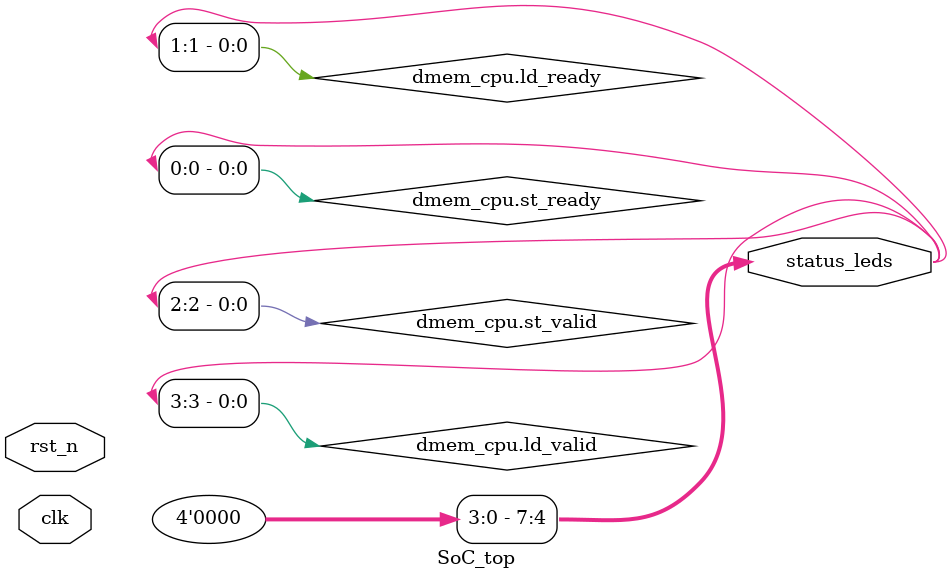
<source format=sv>
module SoC_top #(
    parameter bit USE_CACHE = 0
)(
    input  logic clk,
    input  logic rst_n,
    
    // External memory interface (e.g., AXI to DDR)
    // ... AXI ports here ...
    
    // Debug/status outputs
    output logic [7:0] status_leds
);

    // Internal interfaces
    dmem_if #(.LDTAG_W(4)) dmem_cpu();
    dmem_if #(.LDTAG_W(4)) dmem_backing();
    imem_if imem();

    // CPU core instance
    cpu_core cpu_inst (
        .clk(clk),
        .rst_n(rst_n),
        .dmem(dmem_cpu),
        .imem(imem)
    );

    // Instruction memory (BRAM)
    imem #(
        .MEM_WORDS(8192),
        .LATENCY(1),
        .RESP_FIFO_DEPTH(4)
    ) imem_inst (
        .clk(clk),
        .rst_n(rst_n),
        .req_valid(imem.imem_req_valid),
        .req_ready(imem.imem_req_ready),
        .req_addr(imem.imem_req_addr),
        .resp_valid(imem.imem_resp_valid),
        .resp_ready(imem.imem_resp_ready),
        .resp_inst(imem.imem_resp_inst)
    );

    generate
        if (USE_CACHE) begin : gen_with_cache
            // Data memory with cache
            dmem_with_cache #(
                .CACHE_SIZE_KB(8),
                .CACHE_LINE_SIZE(64),
                .CACHE_WAYS(2),
                .MEM_SIZE_KB(256),
                .MEM_LATENCY(10),
                .LDTAG_W(4),
                .VERBOSE(0)
            ) dmem_cache_inst (
                .clk(clk),
                .rst_n(rst_n),
                .dmem_cpu(dmem_cpu),
                .dmem_mem(dmem_backing)
            );
            
            // Backing memory (BRAM or external)
            dmem_model #(
                .MEM_SIZE_KB         (64),
                .LD_LATENCY          (2),
                .ST_LATENCY          (2),
                .LDTAG_W            (4)
            ) dmem_backing_inst (
                .clk(clk),
                .rst_n(rst_n),
                .dmem(dmem_backing)
            );
            
        end else begin : gen_direct
            // Direct BRAM (no cache)
            dmem_model #(
                .MEM_SIZE_KB(64),
                .LD_LATENCY(2),
                .ST_LATENCY(2),
                .LDTAG_W   (4)
            ) dmem_direct_inst (
                .clk(clk),
                .rst_n(rst_n),
                .dmem(dmem_cpu)
            );
        end
    endgenerate

    // Status indicators
    assign status_leds = {4'b0, dmem_cpu.ld_valid, dmem_cpu.st_valid, 
                          dmem_cpu.ld_ready, dmem_cpu.st_ready};

endmodule
</source>
